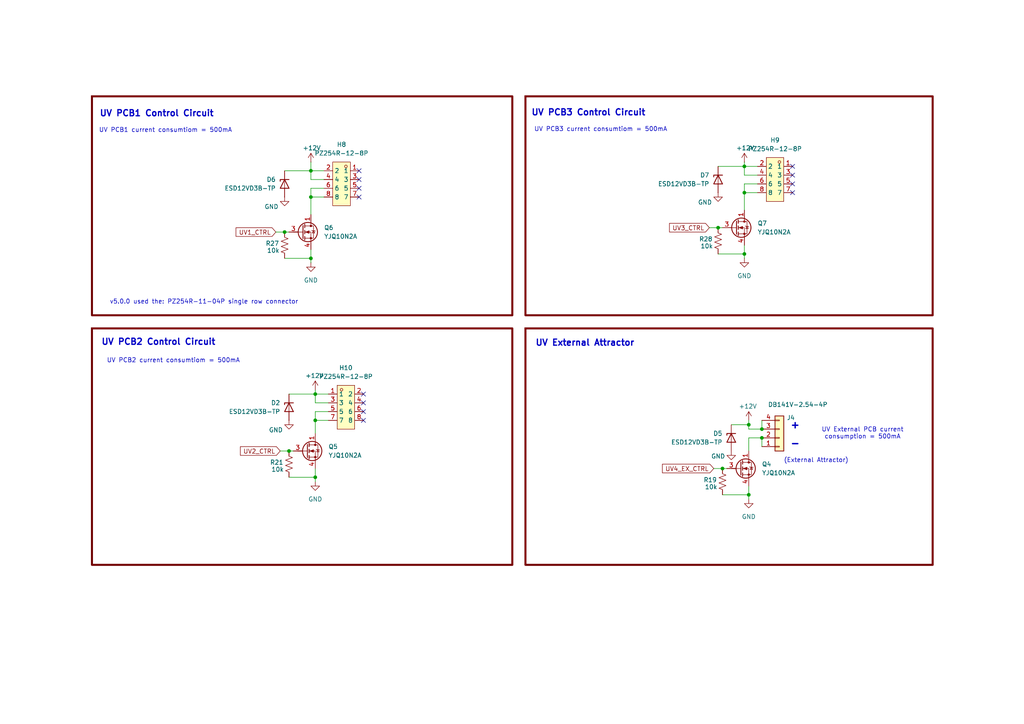
<source format=kicad_sch>
(kicad_sch (version 20250114) (generator "eeschema") (generator_version "9.0")
  (paper "A4")
  (title_block (title "MothBox") (date "2025-07-12") (rev "5.0.1") (company "Digital Naturalism Laboritories"))
  (lib_symbols
    (symbol "MothBox_Symbol_Library:+12V" (power) (pin_numbers (hide yes)) (pin_names (offset 0) (hide yes))
      (property "Value" "+12V" (at 0 3.556 0))
      (symbol "+12V_0_1"
        (polyline (pts (xy -0.762 1.27) (xy 0 2.54)))
        (polyline (pts (xy 0 2.54) (xy 0.762 1.27)))
        (polyline (pts (xy 0 0) (xy 0 2.54)))
      )
      (symbol "+12V_1_1"
        (pin power_in line (at 0 0 90) (length 0) (name "~") (number "1"))
      )
    )
    (symbol "MothBox_Symbol_Library:Conn_01x04" (pin_names (offset 1.016) (hide yes))
      (property "Reference" "J" (at 0 5.08 0))
      (property "Value" "Conn_01x04" (at 0 -7.62 0))
      (symbol "Conn_01x04_1_1"
        (rectangle (start -1.27 3.81) (end 1.27 -6.35) (stroke (width 0.254)) (fill (type background)))
        (rectangle (start -1.27 2.667) (end 0 2.413) (stroke (width 0.1524)))
        (rectangle (start -1.27 0.127) (end 0 -0.127) (stroke (width 0.1524)))
        (rectangle (start -1.27 -2.413) (end 0 -2.667) (stroke (width 0.1524)))
        (rectangle (start -1.27 -4.953) (end 0 -5.207) (stroke (width 0.1524)))
        (pin passive line (at -5.08 2.54 0) (length 3.81) (name "Pin_1") (number "1"))
        (pin passive line (at -5.08 0 0) (length 3.81) (name "Pin_2") (number "2"))
        (pin passive line (at -5.08 -2.54 0) (length 3.81) (name "Pin_3") (number "3"))
        (pin passive line (at -5.08 -5.08 0) (length 3.81) (name "Pin_4") (number "4"))
      )
    )
    (symbol "MothBox_Symbol_Library:ESD5Zxx" (pin_numbers (hide yes)) (pin_names (hide yes))
      (property "Reference" "D" (at 0 2.54 0))
      (property "Value" "ESD5Zxx" (at 0 -2.54 0))
      (symbol "ESD5Zxx_0_1"
        (polyline (pts (xy -1.27 -1.27) (xy -1.27 1.27) (xy -0.762 1.27)) (stroke (width 0.254)))
        (polyline (pts (xy 1.27 0) (xy -1.27 0)))
        (polyline (pts (xy 1.27 -1.27) (xy 1.27 1.27) (xy -1.27 0) (xy 1.27 -1.27)) (stroke (width 0.254)))
      )
      (symbol "ESD5Zxx_1_1"
        (pin passive line (at -3.81 0 0) (length 2.54) (name "K") (number "1"))
        (pin passive line (at 3.81 0 180) (length 2.54) (name "A") (number "2"))
      )
    )
    (symbol "MothBox_Symbol_Library:GND" (power) (pin_numbers (hide yes)) (pin_names (offset 0) (hide yes))
      (property "Value" "GND" (at 0 -3.81 0))
      (symbol "GND_0_1"
        (polyline (pts (xy 0 0) (xy 0 -1.27) (xy 1.27 -1.27) (xy 0 -2.54) (xy -1.27 -1.27) (xy 0 -1.27)))
      )
      (symbol "GND_1_1"
        (pin power_in line (at 0 0 270) (length 0) (name "~") (number "1"))
      )
    )
    (symbol "MothBox_Symbol_Library:PZ254R-12-8P"
      (property "Reference" "H" (at 0 8.89 0))
      (property "Value" "PZ254R-12-8P" (at 0 -8.89 0))
      (symbol "PZ254R-12-8P_0_1"
        (rectangle (start -2.54 6.35) (end 2.54 -6.35) (fill (type background)))
        (circle (center -1.27 5.08) (radius 0.38))
        (pin unspecified line (at -5.08 3.81 0) (length 2.54) (name "1") (number "1"))
        (pin unspecified line (at -5.08 1.27 0) (length 2.54) (name "3") (number "3"))
        (pin unspecified line (at -5.08 -1.27 0) (length 2.54) (name "5") (number "5"))
        (pin unspecified line (at -5.08 -3.81 0) (length 2.54) (name "7") (number "7"))
        (pin unspecified line (at 5.08 3.81 180) (length 2.54) (name "2") (number "2"))
        (pin unspecified line (at 5.08 1.27 180) (length 2.54) (name "4") (number "4"))
        (pin unspecified line (at 5.08 -1.27 180) (length 2.54) (name "6") (number "6"))
        (pin unspecified line (at 5.08 -3.81 180) (length 2.54) (name "8") (number "8"))
      )
    )
    (symbol "MothBox_Symbol_Library:R_US" (pin_numbers (hide yes)) (pin_names (offset 0))
      (property "Reference" "R" (at 2.54 0 90))
      (property "Value" "R_US" (at -2.54 0 90))
      (symbol "R_US_0_1"
        (polyline (pts (xy 0 2.286) (xy 0 2.54)))
        (polyline (pts (xy 0 2.286) (xy 1.016 1.905) (xy 0 1.524) (xy -1.016 1.143) (xy 0 0.762)))
        (polyline (pts (xy 0 0.762) (xy 1.016 0.381) (xy 0 0) (xy -1.016 -0.381) (xy 0 -0.762)))
        (polyline (pts (xy 0 -0.762) (xy 1.016 -1.143) (xy 0 -1.524) (xy -1.016 -1.905) (xy 0 -2.286)))
        (polyline (pts (xy 0 -2.286) (xy 0 -2.54)))
      )
      (symbol "R_US_1_1"
        (pin passive line (at 0 3.81 270) (length 1.27) (name "~") (number "1"))
        (pin passive line (at 0 -3.81 90) (length 1.27) (name "~") (number "2"))
      )
    )
    (symbol "YJQ10N2A_1_1_1_1_1" (pin_names (hide yes))
      (property "Reference" "Q" (at 5.08 1.905 0))
      (property "Value" "YJQ10N2A" (at 5.08 0 0))
      (symbol "YJQ10N2A_1_1_1_1_1_0_1"
        (polyline (pts (xy 0.254 1.905) (xy 0.254 -1.905)) (stroke (width 0.254)))
        (polyline (pts (xy 0.254 0) (xy -2.54 0)))
        (polyline (pts (xy 0.762 2.286) (xy 0.762 1.27)) (stroke (width 0.254)))
        (polyline (pts (xy 0.762 0.508) (xy 0.762 -0.508)) (stroke (width 0.254)))
        (polyline (pts (xy 0.762 -1.27) (xy 0.762 -2.286)) (stroke (width 0.254)))
        (polyline (pts (xy 0.762 -1.778) (xy 3.302 -1.778) (xy 3.302 1.778) (xy 0.762 1.778)))
        (polyline (pts (xy 1.016 0) (xy 2.032 0.381) (xy 2.032 -0.381) (xy 1.016 0)) (fill (type outline)))
        (circle (center 1.651 0) (radius 2.794) (stroke (width 0.254)))
        (polyline (pts (xy 2.54 2.54) (xy 2.54 1.778)))
        (circle (center 2.54 1.778) (radius 0.254) (fill (type outline)))
        (circle (center 2.54 -1.778) (radius 0.254) (fill (type outline)))
        (polyline (pts (xy 2.54 -2.54) (xy 2.54 0) (xy 0.762 0)))
        (polyline (pts (xy 2.794 0.508) (xy 2.921 0.381) (xy 3.683 0.381) (xy 3.81 0.254)))
        (polyline (pts (xy 3.302 0.381) (xy 2.921 -0.254) (xy 3.683 -0.254) (xy 3.302 0.381)))
      )
      (symbol "YJQ10N2A_1_1_1_1_1_1_1"
        (pin input line (at -3.81 0 0) (length 2.54) (name "G") (number "3"))
        (pin passive line (at 2.54 5.08 270) (length 2.54) (name "D") (number "1"))
        (pin passive line (at 2.54 5.08 270) (length 2.54) (hide yes) (name "D") (number "2"))
        (pin passive line (at 2.54 5.08 270) (length 2.54) (hide yes) (name "D") (number "3"))
        (pin passive line (at 2.54 5.08 270) (length 2.54) (hide yes) (name "D") (number "5"))
        (pin passive line (at 2.54 5.08 270) (length 2.54) (hide yes) (name "D") (number "6"))
        (pin passive line (at 2.54 5.08 270) (length 2.54) (hide yes) (name "D") (number "8"))
        (pin passive line (at 2.54 -5.08 90) (length 2.54) (name "S") (number "4"))
        (pin passive line (at 2.54 -5.08 90) (length 2.54) (hide yes) (name "S") (number "7"))
      )
    )
    (symbol "YJQ10N2A_1_1_1_1_1_1" (pin_names (hide yes))
      (property "Reference" "Q" (at 5.08 1.905 0))
      (property "Value" "YJQ10N2A" (at 5.08 0 0))
      (symbol "YJQ10N2A_1_1_1_1_1_1_0_1"
        (polyline (pts (xy 0.254 1.905) (xy 0.254 -1.905)) (stroke (width 0.254)))
        (polyline (pts (xy 0.254 0) (xy -2.54 0)))
        (polyline (pts (xy 0.762 2.286) (xy 0.762 1.27)) (stroke (width 0.254)))
        (polyline (pts (xy 0.762 0.508) (xy 0.762 -0.508)) (stroke (width 0.254)))
        (polyline (pts (xy 0.762 -1.27) (xy 0.762 -2.286)) (stroke (width 0.254)))
        (polyline (pts (xy 0.762 -1.778) (xy 3.302 -1.778) (xy 3.302 1.778) (xy 0.762 1.778)))
        (polyline (pts (xy 1.016 0) (xy 2.032 0.381) (xy 2.032 -0.381) (xy 1.016 0)) (fill (type outline)))
        (circle (center 1.651 0) (radius 2.794) (stroke (width 0.254)))
        (polyline (pts (xy 2.54 2.54) (xy 2.54 1.778)))
        (circle (center 2.54 1.778) (radius 0.254) (fill (type outline)))
        (circle (center 2.54 -1.778) (radius 0.254) (fill (type outline)))
        (polyline (pts (xy 2.54 -2.54) (xy 2.54 0) (xy 0.762 0)))
        (polyline (pts (xy 2.794 0.508) (xy 2.921 0.381) (xy 3.683 0.381) (xy 3.81 0.254)))
        (polyline (pts (xy 3.302 0.381) (xy 2.921 -0.254) (xy 3.683 -0.254) (xy 3.302 0.381)))
      )
      (symbol "YJQ10N2A_1_1_1_1_1_1_1_1"
        (pin input line (at -3.81 0 0) (length 2.54) (name "G") (number "3"))
        (pin passive line (at 2.54 5.08 270) (length 2.54) (name "D") (number "1"))
        (pin passive line (at 2.54 5.08 270) (length 2.54) (hide yes) (name "D") (number "2"))
        (pin passive line (at 2.54 5.08 270) (length 2.54) (hide yes) (name "D") (number "3"))
        (pin passive line (at 2.54 5.08 270) (length 2.54) (hide yes) (name "D") (number "5"))
        (pin passive line (at 2.54 5.08 270) (length 2.54) (hide yes) (name "D") (number "6"))
        (pin passive line (at 2.54 5.08 270) (length 2.54) (hide yes) (name "D") (number "8"))
        (pin passive line (at 2.54 -5.08 90) (length 2.54) (name "S") (number "4"))
        (pin passive line (at 2.54 -5.08 90) (length 2.54) (hide yes) (name "S") (number "7"))
      )
    )
    (symbol "YJQ10N2A_2_1_1_1_1" (pin_names (hide yes))
      (property "Reference" "Q" (at 5.08 1.905 0))
      (property "Value" "YJQ10N2A" (at 5.08 0 0))
      (symbol "YJQ10N2A_2_1_1_1_1_0_1"
        (polyline (pts (xy 0.254 1.905) (xy 0.254 -1.905)) (stroke (width 0.254)))
        (polyline (pts (xy 0.254 0) (xy -2.54 0)))
        (polyline (pts (xy 0.762 2.286) (xy 0.762 1.27)) (stroke (width 0.254)))
        (polyline (pts (xy 0.762 0.508) (xy 0.762 -0.508)) (stroke (width 0.254)))
        (polyline (pts (xy 0.762 -1.27) (xy 0.762 -2.286)) (stroke (width 0.254)))
        (polyline (pts (xy 0.762 -1.778) (xy 3.302 -1.778) (xy 3.302 1.778) (xy 0.762 1.778)))
        (polyline (pts (xy 1.016 0) (xy 2.032 0.381) (xy 2.032 -0.381) (xy 1.016 0)) (fill (type outline)))
        (circle (center 1.651 0) (radius 2.794) (stroke (width 0.254)))
        (polyline (pts (xy 2.54 2.54) (xy 2.54 1.778)))
        (circle (center 2.54 1.778) (radius 0.254) (fill (type outline)))
        (circle (center 2.54 -1.778) (radius 0.254) (fill (type outline)))
        (polyline (pts (xy 2.54 -2.54) (xy 2.54 0) (xy 0.762 0)))
        (polyline (pts (xy 2.794 0.508) (xy 2.921 0.381) (xy 3.683 0.381) (xy 3.81 0.254)))
        (polyline (pts (xy 3.302 0.381) (xy 2.921 -0.254) (xy 3.683 -0.254) (xy 3.302 0.381)))
      )
      (symbol "YJQ10N2A_2_1_1_1_1_1_1"
        (pin input line (at -3.81 0 0) (length 2.54) (name "G") (number "3"))
        (pin passive line (at 2.54 5.08 270) (length 2.54) (name "D") (number "1"))
        (pin passive line (at 2.54 5.08 270) (length 2.54) (hide yes) (name "D") (number "2"))
        (pin passive line (at 2.54 5.08 270) (length 2.54) (hide yes) (name "D") (number "3"))
        (pin passive line (at 2.54 5.08 270) (length 2.54) (hide yes) (name "D") (number "5"))
        (pin passive line (at 2.54 5.08 270) (length 2.54) (hide yes) (name "D") (number "6"))
        (pin passive line (at 2.54 5.08 270) (length 2.54) (hide yes) (name "D") (number "8"))
        (pin passive line (at 2.54 -5.08 90) (length 2.54) (name "S") (number "4"))
        (pin passive line (at 2.54 -5.08 90) (length 2.54) (hide yes) (name "S") (number "7"))
      )
    )
    (symbol "YJQ10N2A_2_1_1_1_1_1" (pin_names (hide yes))
      (property "Reference" "Q" (at 5.08 1.905 0))
      (property "Value" "YJQ10N2A" (at 5.08 0 0))
      (symbol "YJQ10N2A_2_1_1_1_1_1_0_1"
        (polyline (pts (xy 0.254 1.905) (xy 0.254 -1.905)) (stroke (width 0.254)))
        (polyline (pts (xy 0.254 0) (xy -2.54 0)))
        (polyline (pts (xy 0.762 2.286) (xy 0.762 1.27)) (stroke (width 0.254)))
        (polyline (pts (xy 0.762 0.508) (xy 0.762 -0.508)) (stroke (width 0.254)))
        (polyline (pts (xy 0.762 -1.27) (xy 0.762 -2.286)) (stroke (width 0.254)))
        (polyline (pts (xy 0.762 -1.778) (xy 3.302 -1.778) (xy 3.302 1.778) (xy 0.762 1.778)))
        (polyline (pts (xy 1.016 0) (xy 2.032 0.381) (xy 2.032 -0.381) (xy 1.016 0)) (fill (type outline)))
        (circle (center 1.651 0) (radius 2.794) (stroke (width 0.254)))
        (polyline (pts (xy 2.54 2.54) (xy 2.54 1.778)))
        (circle (center 2.54 1.778) (radius 0.254) (fill (type outline)))
        (circle (center 2.54 -1.778) (radius 0.254) (fill (type outline)))
        (polyline (pts (xy 2.54 -2.54) (xy 2.54 0) (xy 0.762 0)))
        (polyline (pts (xy 2.794 0.508) (xy 2.921 0.381) (xy 3.683 0.381) (xy 3.81 0.254)))
        (polyline (pts (xy 3.302 0.381) (xy 2.921 -0.254) (xy 3.683 -0.254) (xy 3.302 0.381)))
      )
      (symbol "YJQ10N2A_2_1_1_1_1_1_1_1"
        (pin input line (at -3.81 0 0) (length 2.54) (name "G") (number "3"))
        (pin passive line (at 2.54 5.08 270) (length 2.54) (name "D") (number "1"))
        (pin passive line (at 2.54 5.08 270) (length 2.54) (hide yes) (name "D") (number "2"))
        (pin passive line (at 2.54 5.08 270) (length 2.54) (hide yes) (name "D") (number "3"))
        (pin passive line (at 2.54 5.08 270) (length 2.54) (hide yes) (name "D") (number "5"))
        (pin passive line (at 2.54 5.08 270) (length 2.54) (hide yes) (name "D") (number "6"))
        (pin passive line (at 2.54 5.08 270) (length 2.54) (hide yes) (name "D") (number "8"))
        (pin passive line (at 2.54 -5.08 90) (length 2.54) (name "S") (number "4"))
        (pin passive line (at 2.54 -5.08 90) (length 2.54) (hide yes) (name "S") (number "7"))
      )
    )
    (symbol "YJQ10N2A_3_1_1_1_1" (pin_names (hide yes))
      (property "Reference" "Q" (at 5.08 1.905 0))
      (property "Value" "YJQ10N2A" (at 5.08 0 0))
      (symbol "YJQ10N2A_3_1_1_1_1_0_1"
        (polyline (pts (xy 0.254 1.905) (xy 0.254 -1.905)) (stroke (width 0.254)))
        (polyline (pts (xy 0.254 0) (xy -2.54 0)))
        (polyline (pts (xy 0.762 2.286) (xy 0.762 1.27)) (stroke (width 0.254)))
        (polyline (pts (xy 0.762 0.508) (xy 0.762 -0.508)) (stroke (width 0.254)))
        (polyline (pts (xy 0.762 -1.27) (xy 0.762 -2.286)) (stroke (width 0.254)))
        (polyline (pts (xy 0.762 -1.778) (xy 3.302 -1.778) (xy 3.302 1.778) (xy 0.762 1.778)))
        (polyline (pts (xy 1.016 0) (xy 2.032 0.381) (xy 2.032 -0.381) (xy 1.016 0)) (fill (type outline)))
        (circle (center 1.651 0) (radius 2.794) (stroke (width 0.254)))
        (polyline (pts (xy 2.54 2.54) (xy 2.54 1.778)))
        (circle (center 2.54 1.778) (radius 0.254) (fill (type outline)))
        (circle (center 2.54 -1.778) (radius 0.254) (fill (type outline)))
        (polyline (pts (xy 2.54 -2.54) (xy 2.54 0) (xy 0.762 0)))
        (polyline (pts (xy 2.794 0.508) (xy 2.921 0.381) (xy 3.683 0.381) (xy 3.81 0.254)))
        (polyline (pts (xy 3.302 0.381) (xy 2.921 -0.254) (xy 3.683 -0.254) (xy 3.302 0.381)))
      )
      (symbol "YJQ10N2A_3_1_1_1_1_1_1"
        (pin input line (at -3.81 0 0) (length 2.54) (name "G") (number "3"))
        (pin passive line (at 2.54 5.08 270) (length 2.54) (name "D") (number "1"))
        (pin passive line (at 2.54 5.08 270) (length 2.54) (hide yes) (name "D") (number "2"))
        (pin passive line (at 2.54 5.08 270) (length 2.54) (hide yes) (name "D") (number "3"))
        (pin passive line (at 2.54 5.08 270) (length 2.54) (hide yes) (name "D") (number "5"))
        (pin passive line (at 2.54 5.08 270) (length 2.54) (hide yes) (name "D") (number "6"))
        (pin passive line (at 2.54 5.08 270) (length 2.54) (hide yes) (name "D") (number "8"))
        (pin passive line (at 2.54 -5.08 90) (length 2.54) (name "S") (number "4"))
        (pin passive line (at 2.54 -5.08 90) (length 2.54) (hide yes) (name "S") (number "7"))
      )
    )
    (symbol "YJQ10N2A_3_1_1_1_1_1" (pin_names (hide yes))
      (property "Reference" "Q" (at 5.08 1.905 0))
      (property "Value" "YJQ10N2A" (at 5.08 0 0))
      (symbol "YJQ10N2A_3_1_1_1_1_1_0_1"
        (polyline (pts (xy 0.254 1.905) (xy 0.254 -1.905)) (stroke (width 0.254)))
        (polyline (pts (xy 0.254 0) (xy -2.54 0)))
        (polyline (pts (xy 0.762 2.286) (xy 0.762 1.27)) (stroke (width 0.254)))
        (polyline (pts (xy 0.762 0.508) (xy 0.762 -0.508)) (stroke (width 0.254)))
        (polyline (pts (xy 0.762 -1.27) (xy 0.762 -2.286)) (stroke (width 0.254)))
        (polyline (pts (xy 0.762 -1.778) (xy 3.302 -1.778) (xy 3.302 1.778) (xy 0.762 1.778)))
        (polyline (pts (xy 1.016 0) (xy 2.032 0.381) (xy 2.032 -0.381) (xy 1.016 0)) (fill (type outline)))
        (circle (center 1.651 0) (radius 2.794) (stroke (width 0.254)))
        (polyline (pts (xy 2.54 2.54) (xy 2.54 1.778)))
        (circle (center 2.54 1.778) (radius 0.254) (fill (type outline)))
        (circle (center 2.54 -1.778) (radius 0.254) (fill (type outline)))
        (polyline (pts (xy 2.54 -2.54) (xy 2.54 0) (xy 0.762 0)))
        (polyline (pts (xy 2.794 0.508) (xy 2.921 0.381) (xy 3.683 0.381) (xy 3.81 0.254)))
        (polyline (pts (xy 3.302 0.381) (xy 2.921 -0.254) (xy 3.683 -0.254) (xy 3.302 0.381)))
      )
      (symbol "YJQ10N2A_3_1_1_1_1_1_1_1"
        (pin input line (at -3.81 0 0) (length 2.54) (name "G") (number "3"))
        (pin passive line (at 2.54 5.08 270) (length 2.54) (name "D") (number "1"))
        (pin passive line (at 2.54 5.08 270) (length 2.54) (hide yes) (name "D") (number "2"))
        (pin passive line (at 2.54 5.08 270) (length 2.54) (hide yes) (name "D") (number "3"))
        (pin passive line (at 2.54 5.08 270) (length 2.54) (hide yes) (name "D") (number "5"))
        (pin passive line (at 2.54 5.08 270) (length 2.54) (hide yes) (name "D") (number "6"))
        (pin passive line (at 2.54 5.08 270) (length 2.54) (hide yes) (name "D") (number "8"))
        (pin passive line (at 2.54 -5.08 90) (length 2.54) (name "S") (number "4"))
        (pin passive line (at 2.54 -5.08 90) (length 2.54) (hide yes) (name "S") (number "7"))
      )
    )
    (symbol "YJQ10N2A_4_1_1_1_1" (pin_names (hide yes))
      (property "Reference" "Q" (at 5.08 1.905 0))
      (property "Value" "YJQ10N2A" (at 5.08 0 0))
      (symbol "YJQ10N2A_4_1_1_1_1_0_1"
        (polyline (pts (xy 0.254 1.905) (xy 0.254 -1.905)) (stroke (width 0.254)))
        (polyline (pts (xy 0.254 0) (xy -2.54 0)))
        (polyline (pts (xy 0.762 2.286) (xy 0.762 1.27)) (stroke (width 0.254)))
        (polyline (pts (xy 0.762 0.508) (xy 0.762 -0.508)) (stroke (width 0.254)))
        (polyline (pts (xy 0.762 -1.27) (xy 0.762 -2.286)) (stroke (width 0.254)))
        (polyline (pts (xy 0.762 -1.778) (xy 3.302 -1.778) (xy 3.302 1.778) (xy 0.762 1.778)))
        (polyline (pts (xy 1.016 0) (xy 2.032 0.381) (xy 2.032 -0.381) (xy 1.016 0)) (fill (type outline)))
        (circle (center 1.651 0) (radius 2.794) (stroke (width 0.254)))
        (polyline (pts (xy 2.54 2.54) (xy 2.54 1.778)))
        (circle (center 2.54 1.778) (radius 0.254) (fill (type outline)))
        (circle (center 2.54 -1.778) (radius 0.254) (fill (type outline)))
        (polyline (pts (xy 2.54 -2.54) (xy 2.54 0) (xy 0.762 0)))
        (polyline (pts (xy 2.794 0.508) (xy 2.921 0.381) (xy 3.683 0.381) (xy 3.81 0.254)))
        (polyline (pts (xy 3.302 0.381) (xy 2.921 -0.254) (xy 3.683 -0.254) (xy 3.302 0.381)))
      )
      (symbol "YJQ10N2A_4_1_1_1_1_1_1"
        (pin input line (at -3.81 0 0) (length 2.54) (name "G") (number "3"))
        (pin passive line (at 2.54 5.08 270) (length 2.54) (name "D") (number "1"))
        (pin passive line (at 2.54 5.08 270) (length 2.54) (hide yes) (name "D") (number "2"))
        (pin passive line (at 2.54 5.08 270) (length 2.54) (hide yes) (name "D") (number "3"))
        (pin passive line (at 2.54 5.08 270) (length 2.54) (hide yes) (name "D") (number "5"))
        (pin passive line (at 2.54 5.08 270) (length 2.54) (hide yes) (name "D") (number "6"))
        (pin passive line (at 2.54 5.08 270) (length 2.54) (hide yes) (name "D") (number "8"))
        (pin passive line (at 2.54 -5.08 90) (length 2.54) (name "S") (number "4"))
        (pin passive line (at 2.54 -5.08 90) (length 2.54) (hide yes) (name "S") (number "7"))
      )
    )
    (symbol "YJQ10N2A_4_1_1_1_1_1" (pin_names (hide yes))
      (property "Reference" "Q" (at 5.08 1.905 0))
      (property "Value" "YJQ10N2A" (at 5.08 0 0))
      (symbol "YJQ10N2A_4_1_1_1_1_1_0_1"
        (polyline (pts (xy 0.254 1.905) (xy 0.254 -1.905)) (stroke (width 0.254)))
        (polyline (pts (xy 0.254 0) (xy -2.54 0)))
        (polyline (pts (xy 0.762 2.286) (xy 0.762 1.27)) (stroke (width 0.254)))
        (polyline (pts (xy 0.762 0.508) (xy 0.762 -0.508)) (stroke (width 0.254)))
        (polyline (pts (xy 0.762 -1.27) (xy 0.762 -2.286)) (stroke (width 0.254)))
        (polyline (pts (xy 0.762 -1.778) (xy 3.302 -1.778) (xy 3.302 1.778) (xy 0.762 1.778)))
        (polyline (pts (xy 1.016 0) (xy 2.032 0.381) (xy 2.032 -0.381) (xy 1.016 0)) (fill (type outline)))
        (circle (center 1.651 0) (radius 2.794) (stroke (width 0.254)))
        (polyline (pts (xy 2.54 2.54) (xy 2.54 1.778)))
        (circle (center 2.54 1.778) (radius 0.254) (fill (type outline)))
        (circle (center 2.54 -1.778) (radius 0.254) (fill (type outline)))
        (polyline (pts (xy 2.54 -2.54) (xy 2.54 0) (xy 0.762 0)))
        (polyline (pts (xy 2.794 0.508) (xy 2.921 0.381) (xy 3.683 0.381) (xy 3.81 0.254)))
        (polyline (pts (xy 3.302 0.381) (xy 2.921 -0.254) (xy 3.683 -0.254) (xy 3.302 0.381)))
      )
      (symbol "YJQ10N2A_4_1_1_1_1_1_1_1"
        (pin input line (at -3.81 0 0) (length 2.54) (name "G") (number "3"))
        (pin passive line (at 2.54 5.08 270) (length 2.54) (name "D") (number "1"))
        (pin passive line (at 2.54 5.08 270) (length 2.54) (hide yes) (name "D") (number "2"))
        (pin passive line (at 2.54 5.08 270) (length 2.54) (hide yes) (name "D") (number "3"))
        (pin passive line (at 2.54 5.08 270) (length 2.54) (hide yes) (name "D") (number "5"))
        (pin passive line (at 2.54 5.08 270) (length 2.54) (hide yes) (name "D") (number "6"))
        (pin passive line (at 2.54 5.08 270) (length 2.54) (hide yes) (name "D") (number "8"))
        (pin passive line (at 2.54 -5.08 90) (length 2.54) (name "S") (number "4"))
        (pin passive line (at 2.54 -5.08 90) (length 2.54) (hide yes) (name "S") (number "7"))
      )
    )
  )
  (rectangle (start 26.67 27.94) (end 148.59 91.44) (stroke (width 0.5842) (color 110 0 0 1)))
  (rectangle (start 152.4 27.94) (end 270.51 91.44) (stroke (width 0.5842) (color 110 0 0 1)))
  (rectangle (start 152.4 95.25) (end 270.51 163.83) (stroke (width 0.5842) (color 110 0 0 1)))
  (rectangle (start 26.67 95.25) (end 148.59 163.83) (stroke (width 0.5842) (color 110 0 0 1)))
  (text "UV External Attractor" (at 169.672 99.568 0) (effects (font (size 1.778 1.778) (thickness 0.3556) (bold yes))))
  (text "(External Attractor)" (at 236.728 133.604 0) (effects (font (size 1.27 1.27))))
  (text "UV PCB1 Control Circuit" (at 45.466 33.02 0) (effects (font (size 1.778 1.778) (thickness 0.3556) (bold yes))))
  (text "UV PCB3 Control Circuit" (at 170.688 32.766 0) (effects (font (size 1.778 1.778) (thickness 0.3556) (bold yes))))
  (text "UV PCB1 current consumtiom = 500mA" (at 48.006 37.846 0) (effects (font (size 1.27 1.27))))
  (text "UV PCB2 current consumtiom = 500mA" (at 50.292 104.648 0) (effects (font (size 1.27 1.27))))
  (text "-" (at 230.632 128.778 0) (effects (font (size 2 2) (thickness 0.4) (bold yes))))
  (text "v5.0.0 used the: PZ254R-11-04P single row connector" (at 59.182 87.63 0) (effects (font (size 1.27 1.27))))
  (text "+" (at 230.632 123.444 0) (effects (font (size 2 2) (thickness 0.4) (bold yes))))
  (text "UV PCB3 current consumtiom = 500mA" (at 174.244 37.592 0) (effects (font (size 1.27 1.27))))
  (text "UV PCB2 Control Circuit" (at 45.974 99.314 0) (effects (font (size 1.778 1.778) (thickness 0.3556) (bold yes))))
  (text "UV External PCB current\nconsumption = 500mA" (at 250.19 125.73 0) (effects (font (size 1.27 1.27))))
  (junction (at 217.17 143.51))
  (junction (at 208.28 66.04))
  (junction (at 209.55 135.89))
  (junction (at 215.9 55.88))
  (junction (at 83.82 130.81))
  (junction (at 220.98 124.46))
  (junction (at 215.9 48.26))
  (junction (at 82.55 67.31))
  (junction (at 91.44 121.92))
  (junction (at 220.98 127))
  (junction (at 217.17 123.19))
  (junction (at 215.9 73.66))
  (junction (at 90.17 57.15))
  (junction (at 91.44 138.43))
  (junction (at 90.17 74.93))
  (junction (at 90.17 49.53))
  (junction (at 91.44 114.3))
  (no_connect (at 229.87 50.8))
  (no_connect (at 105.41 116.84))
  (no_connect (at 229.87 48.26))
  (no_connect (at 229.87 55.88))
  (no_connect (at 105.41 119.38))
  (no_connect (at 104.14 52.07))
  (no_connect (at 104.14 57.15))
  (no_connect (at 104.14 54.61))
  (no_connect (at 105.41 114.3))
  (no_connect (at 105.41 121.92))
  (no_connect (at 104.14 49.53))
  (no_connect (at 229.87 53.34))
  (wire (pts (xy 219.71 53.34) (xy 215.9 53.34)))
  (wire (pts (xy 207.01 135.89) (xy 209.55 135.89)))
  (wire (pts (xy 91.44 121.92) (xy 91.44 119.38)))
  (wire (pts (xy 93.98 54.61) (xy 90.17 54.61)))
  (wire (pts (xy 82.55 74.93) (xy 90.17 74.93)))
  (wire (pts (xy 83.82 114.3) (xy 91.44 114.3)))
  (wire (pts (xy 220.98 127) (xy 220.98 129.54)))
  (wire (pts (xy 217.17 127) (xy 220.98 127)))
  (wire (pts (xy 217.17 124.46) (xy 220.98 124.46)))
  (wire (pts (xy 90.17 57.15) (xy 90.17 62.23)))
  (wire (pts (xy 83.82 130.81) (xy 85.09 130.81)))
  (wire (pts (xy 95.25 114.3) (xy 91.44 114.3)))
  (wire (pts (xy 91.44 121.92) (xy 95.25 121.92)))
  (wire (pts (xy 215.9 55.88) (xy 215.9 53.34)))
  (wire (pts (xy 215.9 46.99) (xy 215.9 48.26)))
  (wire (pts (xy 91.44 121.92) (xy 91.44 125.73)))
  (wire (pts (xy 217.17 127) (xy 217.17 130.81)))
  (wire (pts (xy 91.44 116.84) (xy 91.44 114.3)))
  (wire (pts (xy 93.98 57.15) (xy 90.17 57.15)))
  (wire (pts (xy 95.25 119.38) (xy 91.44 119.38)))
  (wire (pts (xy 91.44 138.43) (xy 91.44 139.7)))
  (wire (pts (xy 219.71 48.26) (xy 215.9 48.26)))
  (wire (pts (xy 209.55 143.51) (xy 217.17 143.51)))
  (wire (pts (xy 93.98 49.53) (xy 90.17 49.53)))
  (wire (pts (xy 90.17 54.61) (xy 90.17 57.15)))
  (wire (pts (xy 81.28 130.81) (xy 83.82 130.81)))
  (wire (pts (xy 208.28 73.66) (xy 215.9 73.66)))
  (wire (pts (xy 90.17 72.39) (xy 90.17 74.93)))
  (wire (pts (xy 82.55 49.53) (xy 90.17 49.53)))
  (wire (pts (xy 90.17 46.99) (xy 90.17 49.53)))
  (wire (pts (xy 91.44 135.89) (xy 91.44 138.43)))
  (wire (pts (xy 215.9 55.88) (xy 215.9 60.96)))
  (wire (pts (xy 217.17 121.92) (xy 217.17 123.19)))
  (wire (pts (xy 208.28 48.26) (xy 215.9 48.26)))
  (wire (pts (xy 80.01 67.31) (xy 82.55 67.31)))
  (wire (pts (xy 219.71 55.88) (xy 215.9 55.88)))
  (wire (pts (xy 217.17 123.19) (xy 217.17 124.46)))
  (wire (pts (xy 91.44 113.03) (xy 91.44 114.3)))
  (wire (pts (xy 205.74 66.04) (xy 208.28 66.04)))
  (wire (pts (xy 215.9 71.12) (xy 215.9 73.66)))
  (wire (pts (xy 217.17 143.51) (xy 217.17 144.78)))
  (wire (pts (xy 90.17 52.07) (xy 90.17 49.53)))
  (wire (pts (xy 217.17 140.97) (xy 217.17 143.51)))
  (wire (pts (xy 215.9 50.8) (xy 215.9 48.26)))
  (wire (pts (xy 212.09 123.19) (xy 217.17 123.19)))
  (wire (pts (xy 208.28 66.04) (xy 209.55 66.04)))
  (wire (pts (xy 90.17 74.93) (xy 90.17 76.2)))
  (wire (pts (xy 82.55 67.31) (xy 83.82 67.31)))
  (wire (pts (xy 215.9 73.66) (xy 215.9 74.93)))
  (wire (pts (xy 95.25 116.84) (xy 91.44 116.84)))
  (wire (pts (xy 93.98 52.07) (xy 90.17 52.07)))
  (wire (pts (xy 83.82 138.43) (xy 91.44 138.43)))
  (wire (pts (xy 220.98 121.92) (xy 220.98 124.46)))
  (wire (pts (xy 219.71 50.8) (xy 215.9 50.8)))
  (wire (pts (xy 209.55 135.89) (xy 210.82 135.89)))
  (global_label "UV1_CTRL" (shape input) (at 80.01 67.31 180) (property "Intersheetrefs" "${INTERSHEET_REFS}" (effects (hide yes))))
  (global_label "UV4_EX_CTRL" (shape input) (at 207.01 135.89 180) (property "Intersheetrefs" "${INTERSHEET_REFS}" (effects (hide yes))))
  (global_label "UV2_CTRL" (shape input) (at 81.28 130.81 180) (property "Intersheetrefs" "${INTERSHEET_REFS}" (effects (hide yes))))
  (global_label "UV3_CTRL" (shape input) (at 205.74 66.04 180) (property "Intersheetrefs" "${INTERSHEET_REFS}" (effects (hide yes))))
  (symbol (lib_id "MothBox_Symbol_Library:R_US") (at 209.55 139.7 180) (unit 1)
    (property "Reference" "R19" (at 205.994 139.192 0))
    (property "Value" "10k" (at 206.248 141.224 0))
    (property "Footprint" "MothBox_footprints_Library:R_0805_2012Metric" (effects (hide yes)))
    (property "Description" "125mW Thick Film Resistors 150V ±100ppm/℃ ±1% 10kΩ 0805 Chip Resistor - Surface Mount ROHS" (effects (hide yes)))
    (property "LCSC_Part_No" "C84376" (effects (hide yes)))
  )
  (symbol (lib_id "MothBox_Symbol_Library:GND") (at 215.9 74.93 0) (unit 1)
    (property "Reference" "#PWR042" (effects (hide yes)))
    (property "Value" "GND" (at 215.9 80.01 0))
    (property "Description" "Power symbol creates a global label with name \"GND\" , ground" (effects (hide yes)))
  )
  (symbol (lib_id "MothBox_Symbol_Library:GND") (at 217.17 144.78 0) (unit 1)
    (property "Reference" "#PWR038" (effects (hide yes)))
    (property "Value" "GND" (at 217.17 149.86 0))
    (property "Description" "Power symbol creates a global label with name \"GND\" , ground" (effects (hide yes)))
  )
  (symbol (lib_id "MothBox_Symbol_Library:+12V") (at 91.44 113.03 0) (mirror y) (unit 1)
    (property "Reference" "#PWR039" (effects (hide yes)))
    (property "Value" "+12V" (at 91.186 108.966 0))
    (property "Description" "Power symbol creates a global label with name \"+12V\"" (effects (hide yes)))
  )
  (symbol (lib_id "MothBox_Symbol_Library:R_US") (at 82.55 71.12 180) (unit 1)
    (property "Reference" "R27" (at 78.994 70.612 0))
    (property "Value" "10k" (at 79.248 72.644 0))
    (property "Footprint" "MothBox_footprints_Library:R_0805_2012Metric" (effects (hide yes)))
    (property "Description" "125mW Thick Film Resistors 150V ±100ppm/℃ ±1% 10kΩ 0805 Chip Resistor - Surface Mount ROHS" (effects (hide yes)))
    (property "LCSC_Part_No" "C84376" (effects (hide yes)))
  )
  (symbol (lib_id "MothBox_Symbol_Library:Conn_01x04") (at 226.06 127 0) (mirror x) (unit 1)
    (property "Reference" "J4" (at 229.362 121.158 0))
    (property "Value" "DB141V-2.54-4P" (at 231.394 117.348 0))
    (property "Footprint" "MothBox_footprints_Library:CONN-TH_4P-P2.54_DIBO_DB141V-2.54-4P" (effects (hide yes)))
    (property "Description" "Generic connector, single row, 01x04, script generated (kicad-library-utils/schlib/autogen/connector/)" (effects (hide yes)))
    (property "LCSC" "C2898746" (effects (hide yes)))
  )
  (symbol (lib_id "MothBox_Symbol_Library:GND") (at 212.09 130.81 0) (mirror y) (unit 1)
    (property "Reference" "#PWR045" (effects (hide yes)))
    (property "Value" "GND" (at 208.28 132.334 0))
    (property "Description" "Power symbol creates a global label with name \"GND\" , ground" (effects (hide yes)))
  )
  (symbol (lib_id "MothBox_Symbol_Library:ESD5Zxx") (at 83.82 118.11 90) (mirror x) (unit 1)
    (property "Reference" "D2" (at 81.28 116.8399 90) (effects (justify left)))
    (property "Value" "ESD12VD3B-TP" (at 81.28 119.3799 90) (effects (justify left)))
    (property "Footprint" "MothBox_footprints_Library:D_SOD-323" (effects (hide yes)))
    (property "Datasheet" "https://www.lcsc.com/datasheet/lcsc_datasheet_2410121813_MCC-Micro-Commercial-Components-ESD12VD3B-TP_C435886.pdf" (effects (hide yes)))
    (property "Description" "15.5V 350W 13.5V 12V SOD-323 ESD and Surge Protection (TVS/ESD) ROHS" (effects (hide yes)))
    (property "LCSC_Part_No" "C435886" (effects (hide yes)))
  )
  (symbol (lib_id "MothBox_Symbol_Library:ESD5Zxx") (at 82.55 53.34 90) (mirror x) (unit 1)
    (property "Reference" "D6" (at 80.01 52.0699 90) (effects (justify left)))
    (property "Value" "ESD12VD3B-TP" (at 80.01 54.6099 90) (effects (justify left)))
    (property "Footprint" "MothBox_footprints_Library:D_SOD-323" (effects (hide yes)))
    (property "Datasheet" "https://www.lcsc.com/datasheet/lcsc_datasheet_2410121813_MCC-Micro-Commercial-Components-ESD12VD3B-TP_C435886.pdf" (effects (hide yes)))
    (property "Description" "15.5V 350W 13.5V 12V SOD-323 ESD and Surge Protection (TVS/ESD) ROHS" (effects (hide yes)))
    (property "LCSC_Part_No" "C435886" (effects (hide yes)))
  )
  (symbol (lib_id "MothBox_Symbol_Library:ESD5Zxx") (at 212.09 127 90) (mirror x) (unit 1)
    (property "Reference" "D5" (at 209.55 125.7299 90) (effects (justify left)))
    (property "Value" "ESD12VD3B-TP" (at 209.55 128.2699 90) (effects (justify left)))
    (property "Footprint" "MothBox_footprints_Library:D_SOD-323" (effects (hide yes)))
    (property "Datasheet" "https://www.lcsc.com/datasheet/lcsc_datasheet_2410121813_MCC-Micro-Commercial-Components-ESD12VD3B-TP_C435886.pdf" (effects (hide yes)))
    (property "Description" "15.5V 350W 13.5V 12V SOD-323 ESD and Surge Protection (TVS/ESD) ROHS" (effects (hide yes)))
    (property "LCSC_Part_No" "C435886" (effects (hide yes)))
  )
  (symbol (lib_id "MothBox_Symbol_Library:ESD5Zxx") (at 208.28 52.07 90) (mirror x) (unit 1)
    (property "Reference" "D7" (at 205.74 50.7999 90) (effects (justify left)))
    (property "Value" "ESD12VD3B-TP" (at 205.74 53.3399 90) (effects (justify left)))
    (property "Footprint" "MothBox_footprints_Library:D_SOD-323" (effects (hide yes)))
    (property "Datasheet" "https://www.lcsc.com/datasheet/lcsc_datasheet_2410121813_MCC-Micro-Commercial-Components-ESD12VD3B-TP_C435886.pdf" (effects (hide yes)))
    (property "Description" "15.5V 350W 13.5V 12V SOD-323 ESD and Surge Protection (TVS/ESD) ROHS" (effects (hide yes)))
    (property "LCSC_Part_No" "C435886" (effects (hide yes)))
  )
  (symbol (lib_id "MothBox_Symbol_Library:GND") (at 83.82 121.92 0) (mirror y) (unit 1)
    (property "Reference" "#PWR049" (effects (hide yes)))
    (property "Value" "GND" (at 80.01 124.714 0))
    (property "Description" "Power symbol creates a global label with name \"GND\" , ground" (effects (hide yes)))
  )
  (symbol (lib_id "MothBox_Symbol_Library:PZ254R-12-8P") (at 100.33 118.11 0) (unit 1)
    (property "Reference" "H10" (at 100.33 106.68 0))
    (property "Value" "PZ254R-12-8P" (at 100.33 109.22 0))
    (property "Footprint" "MothBox_footprints_Library:HDR-TH_8P-P2.54-H-M-R2-C4-S2.54" (effects (hide yes)))
    (property "Datasheet" "https://lcsc.com/product-detail/Pin-Header-Female-Header_XFCN-PZ254R-12-8P_C492432.html" (effects (hide yes)))
    (property "LCSC_Part" "C492432" (effects (hide yes)))
  )
  (symbol (lib_id "MothBox_Symbol_Library:+12V") (at 217.17 121.92 0) (mirror y) (unit 1)
    (property "Reference" "#PWR053" (effects (hide yes)))
    (property "Value" "+12V" (at 216.916 117.856 0))
    (property "Description" "Power symbol creates a global label with name \"+12V\"" (effects (hide yes)))
  )
  (symbol (lib_id "MothBox_Symbol_Library:GND") (at 208.28 55.88 0) (mirror y) (unit 1)
    (property "Reference" "#PWR047" (effects (hide yes)))
    (property "Value" "GND" (at 204.47 58.674 0))
    (property "Description" "Power symbol creates a global label with name \"GND\" , ground" (effects (hide yes)))
  )
  (symbol (lib_id "MothBox_Symbol_Library:GND") (at 91.44 139.7 0) (unit 1)
    (property "Reference" "#PWR044" (effects (hide yes)))
    (property "Value" "GND" (at 91.44 144.78 0))
    (property "Description" "Power symbol creates a global label with name \"GND\" , ground" (effects (hide yes)))
  )
  (symbol (lib_name "YJQ10N2A_1_1_1_1_1_1") (lib_id "MothBox_Symbol_Library:YJQ10N2A_1_1_1_1_1") (at 214.63 135.89 0) (unit 1)
    (property "Reference" "Q4" (at 220.98 134.6199 0) (effects (justify left)))
    (property "Value" "YJQ10N2A" (at 220.98 137.1599 0) (effects (justify left)))
    (property "Footprint" "MothBox_footprints_Library:DFN2020-3" (effects (hide yes)))
    (property "Description" "20V Vds, 10V Vgs, 13A Id, 9.5m Ohm, N-Channel MOSFET, DFN2020-3" (effects (hide yes)))
    (property "LCSC" "C919558" (effects (hide yes)))
  )
  (symbol (lib_name "YJQ10N2A_4_1_1_1_1_1") (lib_id "MothBox_Symbol_Library:YJQ10N2A_4_1_1_1_1") (at 213.36 66.04 0) (unit 1)
    (property "Reference" "Q7" (at 219.71 64.7699 0) (effects (justify left)))
    (property "Value" "YJQ10N2A" (at 219.71 67.3099 0) (effects (justify left)))
    (property "Footprint" "MothBox_footprints_Library:DFN2020-3" (effects (hide yes)))
    (property "Description" "20V Vds, 10V Vgs, 13A Id, 9.5m Ohm, N-Channel MOSFET, DFN2020-3" (effects (hide yes)))
    (property "LCSC" "C919558" (effects (hide yes)))
  )
  (symbol (lib_id "MothBox_Symbol_Library:GND") (at 82.55 57.15 0) (mirror y) (unit 1)
    (property "Reference" "#PWR046" (effects (hide yes)))
    (property "Value" "GND" (at 78.74 59.944 0))
    (property "Description" "Power symbol creates a global label with name \"GND\" , ground" (effects (hide yes)))
  )
  (symbol (lib_name "YJQ10N2A_3_1_1_1_1_1") (lib_id "MothBox_Symbol_Library:YJQ10N2A_3_1_1_1_1") (at 87.63 67.31 0) (unit 1)
    (property "Reference" "Q6" (at 93.98 66.0399 0) (effects (justify left)))
    (property "Value" "YJQ10N2A" (at 93.98 68.5799 0) (effects (justify left)))
    (property "Footprint" "MothBox_footprints_Library:DFN2020-3" (effects (hide yes)))
    (property "Description" "20V Vds, 10V Vgs, 13A Id, 9.5m Ohm, N-Channel MOSFET, DFN2020-3" (effects (hide yes)))
    (property "LCSC" "C919558" (effects (hide yes)))
  )
  (symbol (lib_id "MothBox_Symbol_Library:R_US") (at 83.82 134.62 180) (unit 1)
    (property "Reference" "R21" (at 80.264 134.112 0))
    (property "Value" "10k" (at 80.518 136.144 0))
    (property "Footprint" "MothBox_footprints_Library:R_0805_2012Metric" (effects (hide yes)))
    (property "Description" "125mW Thick Film Resistors 150V ±100ppm/℃ ±1% 10kΩ 0805 Chip Resistor - Surface Mount ROHS" (effects (hide yes)))
    (property "LCSC_Part_No" "C84376" (effects (hide yes)))
  )
  (symbol (lib_id "MothBox_Symbol_Library:PZ254R-12-8P") (at 99.06 53.34 0) (mirror y) (unit 1)
    (property "Reference" "H8" (at 99.06 41.91 0))
    (property "Value" "PZ254R-12-8P" (at 99.06 44.45 0))
    (property "Footprint" "MothBox_footprints_Library:HDR-TH_8P-P2.54-H-M-R2-C4-S2.54" (effects (hide yes)))
    (property "Datasheet" "https://lcsc.com/product-detail/Pin-Header-Female-Header_XFCN-PZ254R-12-8P_C492432.html" (effects (hide yes)))
    (property "LCSC_Part" "C492432" (effects (hide yes)))
  )
  (symbol (lib_id "MothBox_Symbol_Library:PZ254R-12-8P") (at 224.79 52.07 0) (mirror y) (unit 1)
    (property "Reference" "H9" (at 224.79 40.64 0))
    (property "Value" "PZ254R-12-8P" (at 224.79 43.18 0))
    (property "Footprint" "MothBox_footprints_Library:HDR-TH_8P-P2.54-H-M-R2-C4-S2.54" (effects (hide yes)))
    (property "Datasheet" "https://lcsc.com/product-detail/Pin-Header-Female-Header_XFCN-PZ254R-12-8P_C492432.html" (effects (hide yes)))
    (property "LCSC_Part" "C492432" (effects (hide yes)))
  )
  (symbol (lib_id "MothBox_Symbol_Library:+12V") (at 215.9 46.99 0) (unit 1)
    (property "Reference" "#PWR043" (effects (hide yes)))
    (property "Value" "+12V" (at 216.154 42.926 0))
    (property "Description" "Power symbol creates a global label with name \"+12V\"" (effects (hide yes)))
  )
  (symbol (lib_name "YJQ10N2A_2_1_1_1_1_1") (lib_id "MothBox_Symbol_Library:YJQ10N2A_2_1_1_1_1") (at 88.9 130.81 0) (unit 1)
    (property "Reference" "Q5" (at 95.25 129.5399 0) (effects (justify left)))
    (property "Value" "YJQ10N2A" (at 95.25 132.0799 0) (effects (justify left)))
    (property "Footprint" "MothBox_footprints_Library:DFN2020-3" (effects (hide yes)))
    (property "Description" "20V Vds, 10V Vgs, 13A Id, 9.5m Ohm, N-Channel MOSFET, DFN2020-3" (effects (hide yes)))
    (property "LCSC" "C919558" (effects (hide yes)))
  )
  (symbol (lib_id "MothBox_Symbol_Library:R_US") (at 208.28 69.85 180) (unit 1)
    (property "Reference" "R28" (at 204.724 69.342 0))
    (property "Value" "10k" (at 204.978 71.374 0))
    (property "Footprint" "MothBox_footprints_Library:R_0805_2012Metric" (effects (hide yes)))
    (property "Description" "125mW Thick Film Resistors 150V ±100ppm/℃ ±1% 10kΩ 0805 Chip Resistor - Surface Mount ROHS" (effects (hide yes)))
    (property "LCSC_Part_No" "C84376" (effects (hide yes)))
  )
  (symbol (lib_id "MothBox_Symbol_Library:+12V") (at 90.17 46.99 0) (unit 1)
    (property "Reference" "#PWR040" (effects (hide yes)))
    (property "Value" "+12V" (at 90.424 42.926 0))
    (property "Description" "Power symbol creates a global label with name \"+12V\"" (effects (hide yes)))
  )
  (symbol (lib_id "MothBox_Symbol_Library:GND") (at 90.17 76.2 0) (unit 1)
    (property "Reference" "#PWR041" (effects (hide yes)))
    (property "Value" "GND" (at 90.17 81.28 0))
    (property "Description" "Power symbol creates a global label with name \"GND\" , ground" (effects (hide yes)))
  )
)
</source>
